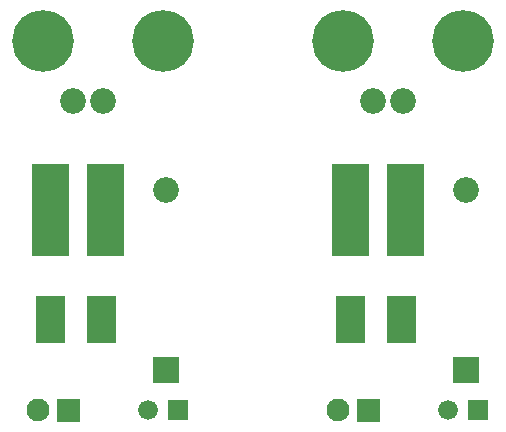
<source format=gts>
G04 start of page 2 for group 2 layer_idx 10 *
G04 Title: (unknown), top_mask *
G04 Creator: pcb-rnd 2.3.0 *
G04 CreationDate: 2021-01-19 15:55:11 UTC *
G04 For:  *
G04 Format: Gerber/RS-274X *
G04 PCB-Dimensions: 200000 200000 *
G04 PCB-Coordinate-Origin: lower left *
%MOIN*%
%FSLAX25Y25*%
%LNTOP_MASK_NONE_2*%
%ADD87C,0.0660*%
%ADD86C,0.0860*%
%ADD85C,0.2060*%
%ADD84C,0.0760*%
%ADD83C,0.0001*%
G54D83*G36*
X38200Y71960D02*X28800D01*
Y56160D01*
X38200D01*
Y71960D01*
G37*
G36*
X55200D02*X45800D01*
Y56160D01*
X55200D01*
Y71960D01*
G37*
G36*
X35700Y37660D02*X43300D01*
Y30060D01*
X35700D01*
Y37660D01*
G37*
G54D84*X29500Y33860D03*
G54D83*G36*
X138200Y71960D02*X128800D01*
Y56160D01*
X138200D01*
Y71960D01*
G37*
G36*
X155200D02*X145800D01*
Y56160D01*
X155200D01*
Y71960D01*
G37*
G36*
X139716Y116077D02*X127284D01*
Y85336D01*
X139716D01*
Y116077D01*
G37*
G54D85*X131000Y156860D03*
X171000D03*
G54D86*X141000Y136860D03*
X151000D03*
G54D83*G36*
X158024Y116077D02*X145590D01*
Y85336D01*
X158024D01*
Y116077D01*
G37*
G54D86*X172000Y107360D03*
G54D83*G36*
X39716Y116077D02*X27283D01*
Y85336D01*
X39716D01*
Y116077D01*
G37*
G54D85*X31000Y156860D03*
G54D86*X41000Y136860D03*
G54D83*G36*
X58024Y116077D02*X45590D01*
Y85336D01*
X58024D01*
Y116077D01*
G37*
G54D86*X72000Y107360D03*
G54D85*X71000Y156860D03*
G54D86*X51000Y136860D03*
G54D83*G36*
X67700Y51660D02*X76300D01*
Y43060D01*
X67700D01*
Y51660D01*
G37*
G36*
X72700Y37160D02*X79300D01*
Y30560D01*
X72700D01*
Y37160D01*
G37*
G54D87*X66000Y33860D03*
G54D83*G36*
X167700Y51660D02*X176300D01*
Y43060D01*
X167700D01*
Y51660D01*
G37*
G36*
X135700Y37660D02*X143300D01*
Y30060D01*
X135700D01*
Y37660D01*
G37*
G54D84*X129500Y33860D03*
G54D83*G36*
X172700Y37160D02*X179300D01*
Y30560D01*
X172700D01*
Y37160D01*
G37*
G54D87*X166000Y33860D03*
M02*

</source>
